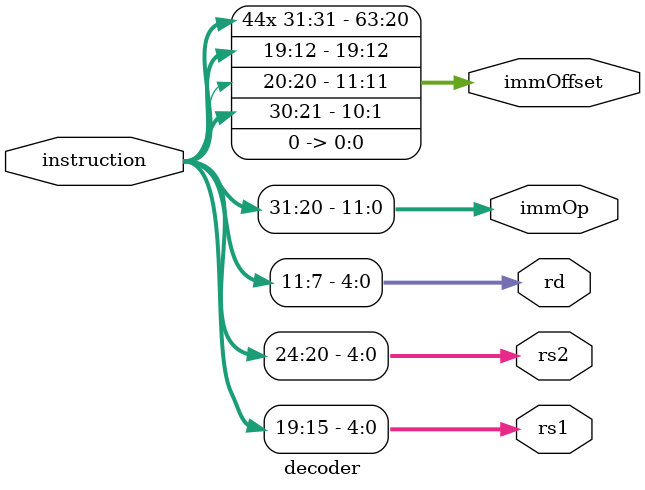
<source format=v>
module decoder(
    input wire[31:0] instruction,
    output wire[4:0] rs1,
    output wire[4:0] rs2,
    output wire[4:0] rd,
    output wire[11:0] immOp,
    output wire[63:0] immOffset
);

    assign rs1 = instruction[19:15];
    assign rs2 = instruction[24:20];
    assign rd = instruction[11:7];
    assign immOp = instruction[31:20];
    // Sign bit extend
    assign immOffset = {{43{instruction[31]}},
                    instruction[31], 
                    instruction[19:12],
                    instruction[20],
                    instruction[30:21],
                    1'b0
                };


    
    always @(immOp) $display("0x%h", immOp);
    always @(immOffset) $display("imm offset : 0x%h", immOffset);
    always @(immOffset) $display("sign bit : 0x%h",  {instruction[31], 
                    instruction[19:12],
                    instruction[20],
                    instruction[30:21]
                });

endmodule
</source>
